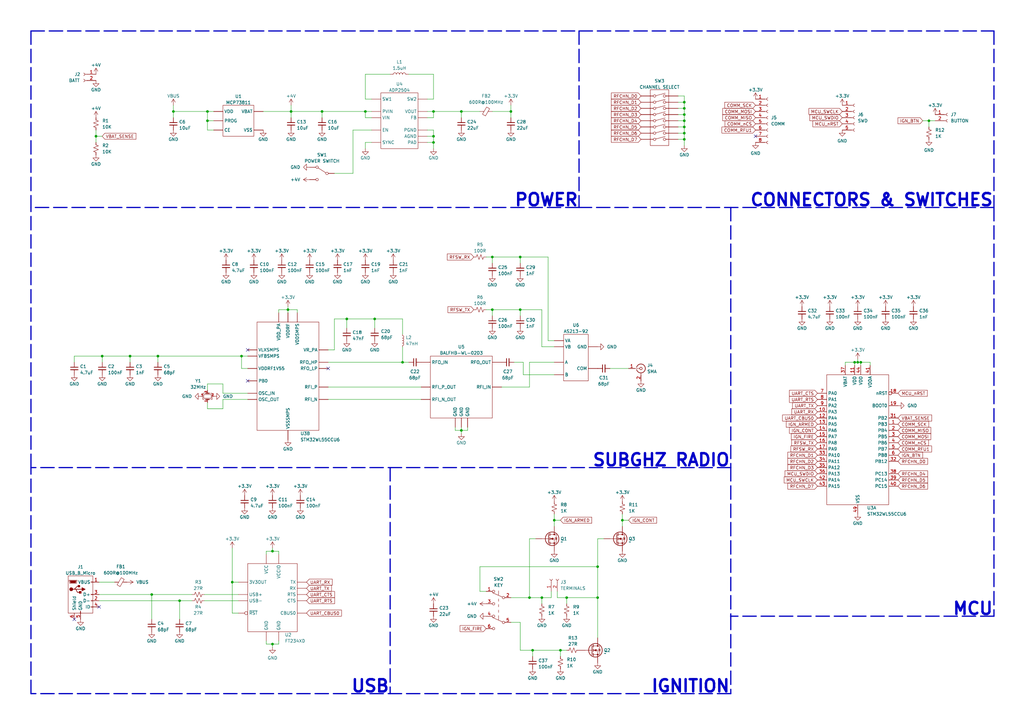
<source format=kicad_sch>
(kicad_sch (version 20211123) (generator eeschema)
  (paper "A3")
  (junction (at 218.44 266.7))
  (junction (at 111.76 264.16))
  (junction (at 280.67 49.53))
  (junction (at 280.67 52.07))
  (junction (at 201.93 127))
  (junction (at 213.36 127))
  (junction (at 111.76 226.06))
  (junction (at 227.33 213.36))
  (junction (at 245.11 232.41))
  (junction (at 217.17 245.11))
  (junction (at 153.67 130.81))
  (junction (at 229.87 266.7))
  (junction (at 165.1 148.59))
  (junction (at 351.79 148.59))
  (junction (at 222.25 245.11))
  (junction (at 39.37 55.88))
  (junction (at 41.91 146.05))
  (junction (at 280.67 41.91))
  (junction (at 201.93 105.41))
  (junction (at 245.11 245.11))
  (junction (at 177.8 45.72))
  (junction (at 189.23 45.72))
  (junction (at 232.41 245.11))
  (junction (at 280.67 46.99))
  (junction (at 177.8 55.88))
  (junction (at 350.52 148.59))
  (junction (at 71.12 45.72))
  (junction (at 85.09 49.53))
  (junction (at 213.36 105.41))
  (junction (at 381 49.53))
  (junction (at 280.67 54.61))
  (junction (at 73.66 246.38))
  (junction (at 280.67 57.15))
  (junction (at 53.34 146.05))
  (junction (at 85.09 45.72))
  (junction (at 209.55 45.72))
  (junction (at 280.67 44.45))
  (junction (at 118.11 127))
  (junction (at 142.24 130.81))
  (junction (at 62.23 243.84))
  (junction (at 353.06 148.59))
  (junction (at 64.77 146.05))
  (junction (at 99.06 146.05))
  (junction (at 177.8 58.42))
  (junction (at 149.86 45.72))
  (junction (at 189.23 176.53))
  (junction (at 255.27 213.36))
  (junction (at 119.38 45.72))
  (junction (at 95.25 238.76))
  (junction (at 132.08 45.72))
  (no_connect (at 101.6 143.51))
  (no_connect (at 101.6 156.21))
  (no_connect (at 309.88 55.88))
  (no_connect (at 134.62 151.13))
  (no_connect (at 40.64 248.92))
  (no_connect (at 30.48 254))
  (wire (pts (xy 119.38 45.72) (xy 132.08 45.72)))
  (wire (pts (xy 201.93 105.41) (xy 201.93 107.95)))
  (wire (pts (xy 152.4 48.26) (xy 149.86 48.26)))
  (wire (pts (xy 218.44 266.7) (xy 229.87 266.7)))
  (wire (pts (xy 224.79 139.7) (xy 224.79 105.41)))
  (wire (pts (xy 85.09 53.34) (xy 85.09 49.53)))
  (wire (pts (xy 144.78 53.34) (xy 144.78 71.12)))
  (wire (pts (xy 95.25 238.76) (xy 97.79 238.76)))
  (wire (pts (xy 196.85 242.57) (xy 199.39 242.57)))
  (wire (pts (xy 189.23 45.72) (xy 196.85 45.72)))
  (wire (pts (xy 222.25 245.11) (xy 226.06 245.11)))
  (wire (pts (xy 114.3 128.27) (xy 114.3 127)))
  (wire (pts (xy 152.4 58.42) (xy 149.86 58.42)))
  (wire (pts (xy 214.63 153.67) (xy 227.33 153.67)))
  (wire (pts (xy 64.77 146.05) (xy 64.77 148.59)))
  (wire (pts (xy 153.67 130.81) (xy 165.1 130.81)))
  (wire (pts (xy 250.19 151.13) (xy 257.81 151.13)))
  (wire (pts (xy 201.93 127) (xy 213.36 127)))
  (wire (pts (xy 217.17 148.59) (xy 227.33 148.59)))
  (wire (pts (xy 346.71 148.59) (xy 346.71 149.86)))
  (wire (pts (xy 132.08 45.72) (xy 132.08 48.26)))
  (wire (pts (xy 101.6 161.29) (xy 91.44 161.29)))
  (wire (pts (xy 280.67 57.15) (xy 280.67 59.69)))
  (wire (pts (xy 280.67 46.99) (xy 280.67 49.53)))
  (wire (pts (xy 186.69 175.26) (xy 186.69 176.53)))
  (wire (pts (xy 255.27 213.36) (xy 255.27 215.9)))
  (wire (pts (xy 353.06 148.59) (xy 351.79 148.59)))
  (wire (pts (xy 142.24 130.81) (xy 142.24 134.62)))
  (wire (pts (xy 222.25 245.11) (xy 222.25 247.65)))
  (wire (pts (xy 109.22 262.89) (xy 109.22 264.16)))
  (wire (pts (xy 91.44 167.64) (xy 91.44 163.83)))
  (polyline (pts (xy 237.49 12.7) (xy 237.49 85.09)) (stroke (width 0.5)))
  (wire (pts (xy 213.36 129.54) (xy 213.36 127)))
  (wire (pts (xy 73.66 246.38) (xy 73.66 254)))
  (wire (pts (xy 201.93 127) (xy 201.93 129.54)))
  (wire (pts (xy 95.25 238.76) (xy 95.25 251.46)))
  (wire (pts (xy 278.13 52.07) (xy 280.67 52.07)))
  (wire (pts (xy 381 49.53) (xy 381 52.07)))
  (wire (pts (xy 40.64 243.84) (xy 62.23 243.84)))
  (wire (pts (xy 111.76 224.79) (xy 111.76 226.06)))
  (wire (pts (xy 109.22 226.06) (xy 111.76 226.06)))
  (wire (pts (xy 167.64 30.48) (xy 177.8 30.48)))
  (polyline (pts (xy 407.67 252.73) (xy 299.72 252.73)) (stroke (width 0.5)))
  (wire (pts (xy 107.95 45.72) (xy 119.38 45.72)))
  (wire (pts (xy 278.13 57.15) (xy 280.67 57.15)))
  (wire (pts (xy 201.93 105.41) (xy 213.36 105.41)))
  (polyline (pts (xy 160.02 191.77) (xy 160.02 284.48)) (stroke (width 0.5)))
  (wire (pts (xy 118.11 125.73) (xy 118.11 127)))
  (wire (pts (xy 177.8 53.34) (xy 177.8 55.88)))
  (wire (pts (xy 153.67 130.81) (xy 153.67 134.62)))
  (wire (pts (xy 278.13 44.45) (xy 280.67 44.45)))
  (wire (pts (xy 30.48 146.05) (xy 30.48 148.59)))
  (wire (pts (xy 217.17 148.59) (xy 217.17 158.75)))
  (polyline (pts (xy 299.72 191.77) (xy 12.7 191.77)) (stroke (width 0.5)))
  (wire (pts (xy 97.79 251.46) (xy 95.25 251.46)))
  (wire (pts (xy 85.09 49.53) (xy 87.63 49.53)))
  (wire (pts (xy 149.86 58.42) (xy 149.86 60.96)))
  (wire (pts (xy 199.39 105.41) (xy 201.93 105.41)))
  (wire (pts (xy 137.16 143.51) (xy 137.16 130.81)))
  (wire (pts (xy 111.76 264.16) (xy 114.3 264.16)))
  (wire (pts (xy 111.76 264.16) (xy 111.76 265.43)))
  (wire (pts (xy 217.17 245.11) (xy 222.25 245.11)))
  (wire (pts (xy 205.74 158.75) (xy 217.17 158.75)))
  (wire (pts (xy 175.26 55.88) (xy 177.8 55.88)))
  (wire (pts (xy 62.23 243.84) (xy 78.74 243.84)))
  (wire (pts (xy 91.44 163.83) (xy 101.6 163.83)))
  (wire (pts (xy 177.8 45.72) (xy 189.23 45.72)))
  (polyline (pts (xy 12.7 12.7) (xy 12.7 85.09)) (stroke (width 0.5)))
  (wire (pts (xy 39.37 53.34) (xy 39.37 55.88)))
  (wire (pts (xy 227.33 139.7) (xy 224.79 139.7)))
  (wire (pts (xy 71.12 45.72) (xy 71.12 48.26)))
  (wire (pts (xy 142.24 130.81) (xy 153.67 130.81)))
  (polyline (pts (xy 407.67 85.09) (xy 407.67 252.73)) (stroke (width 0.5)))
  (polyline (pts (xy 299.72 191.77) (xy 299.72 252.73)) (stroke (width 0.5)))
  (wire (pts (xy 278.13 46.99) (xy 280.67 46.99)))
  (wire (pts (xy 83.82 243.84) (xy 97.79 243.84)))
  (wire (pts (xy 149.86 45.72) (xy 149.86 48.26)))
  (wire (pts (xy 227.33 142.24) (xy 222.25 142.24)))
  (wire (pts (xy 245.11 220.98) (xy 245.11 232.41)))
  (wire (pts (xy 40.64 238.76) (xy 46.99 238.76)))
  (wire (pts (xy 85.09 45.72) (xy 87.63 45.72)))
  (wire (pts (xy 227.33 213.36) (xy 229.87 213.36)))
  (wire (pts (xy 196.85 232.41) (xy 196.85 242.57)))
  (wire (pts (xy 189.23 176.53) (xy 191.77 176.53)))
  (wire (pts (xy 219.71 220.98) (xy 217.17 220.98)))
  (wire (pts (xy 118.11 127) (xy 118.11 128.27)))
  (wire (pts (xy 177.8 48.26) (xy 177.8 45.72)))
  (polyline (pts (xy 12.7 191.77) (xy 12.7 85.09)) (stroke (width 0.5)))
  (wire (pts (xy 280.67 41.91) (xy 280.67 44.45)))
  (wire (pts (xy 53.34 146.05) (xy 64.77 146.05)))
  (wire (pts (xy 39.37 55.88) (xy 39.37 58.42)))
  (wire (pts (xy 109.22 226.06) (xy 109.22 227.33)))
  (wire (pts (xy 209.55 43.18) (xy 209.55 45.72)))
  (polyline (pts (xy 299.72 284.48) (xy 12.7 284.48)) (stroke (width 0.5)))
  (wire (pts (xy 228.6 242.57) (xy 228.6 245.11)))
  (polyline (pts (xy 299.72 252.73) (xy 299.72 284.48)) (stroke (width 0.5)))
  (wire (pts (xy 245.11 232.41) (xy 245.11 245.11)))
  (wire (pts (xy 255.27 210.82) (xy 255.27 213.36)))
  (wire (pts (xy 189.23 175.26) (xy 189.23 176.53)))
  (wire (pts (xy 177.8 40.64) (xy 177.8 30.48)))
  (wire (pts (xy 149.86 30.48) (xy 149.86 40.64)))
  (wire (pts (xy 91.44 157.48) (xy 85.09 157.48)))
  (wire (pts (xy 213.36 255.27) (xy 213.36 266.7)))
  (wire (pts (xy 199.39 127) (xy 201.93 127)))
  (wire (pts (xy 213.36 255.27) (xy 209.55 255.27)))
  (wire (pts (xy 175.26 58.42) (xy 177.8 58.42)))
  (wire (pts (xy 222.25 142.24) (xy 222.25 127)))
  (wire (pts (xy 186.69 176.53) (xy 189.23 176.53)))
  (wire (pts (xy 39.37 55.88) (xy 41.91 55.88)))
  (wire (pts (xy 255.27 213.36) (xy 257.81 213.36)))
  (wire (pts (xy 62.23 243.84) (xy 62.23 254)))
  (wire (pts (xy 152.4 53.34) (xy 144.78 53.34)))
  (wire (pts (xy 134.62 163.83) (xy 172.72 163.83)))
  (wire (pts (xy 71.12 43.18) (xy 71.12 45.72)))
  (wire (pts (xy 134.62 148.59) (xy 165.1 148.59)))
  (wire (pts (xy 229.87 266.7) (xy 232.41 266.7)))
  (wire (pts (xy 175.26 40.64) (xy 177.8 40.64)))
  (wire (pts (xy 280.67 44.45) (xy 280.67 46.99)))
  (wire (pts (xy 121.92 127) (xy 121.92 128.27)))
  (wire (pts (xy 278.13 54.61) (xy 280.67 54.61)))
  (wire (pts (xy 64.77 146.05) (xy 99.06 146.05)))
  (wire (pts (xy 134.62 158.75) (xy 172.72 158.75)))
  (polyline (pts (xy 237.49 85.09) (xy 12.7 85.09)) (stroke (width 0.5)))
  (wire (pts (xy 229.87 266.7) (xy 229.87 269.24)))
  (wire (pts (xy 191.77 175.26) (xy 191.77 176.53)))
  (wire (pts (xy 227.33 213.36) (xy 227.33 215.9)))
  (wire (pts (xy 134.62 143.51) (xy 137.16 143.51)))
  (wire (pts (xy 278.13 41.91) (xy 280.67 41.91)))
  (polyline (pts (xy 407.67 12.7) (xy 407.67 85.09)) (stroke (width 0.5)))
  (wire (pts (xy 85.09 167.64) (xy 91.44 167.64)))
  (wire (pts (xy 111.76 226.06) (xy 114.3 226.06)))
  (wire (pts (xy 41.91 146.05) (xy 41.91 148.59)))
  (wire (pts (xy 356.87 148.59) (xy 353.06 148.59)))
  (wire (pts (xy 350.52 148.59) (xy 346.71 148.59)))
  (polyline (pts (xy 12.7 284.48) (xy 12.7 191.77)) (stroke (width 0.5)))
  (wire (pts (xy 85.09 49.53) (xy 85.09 45.72)))
  (wire (pts (xy 175.26 45.72) (xy 177.8 45.72)))
  (wire (pts (xy 149.86 45.72) (xy 152.4 45.72)))
  (wire (pts (xy 232.41 245.11) (xy 245.11 245.11)))
  (wire (pts (xy 351.79 147.32) (xy 351.79 148.59)))
  (wire (pts (xy 53.34 148.59) (xy 53.34 146.05)))
  (wire (pts (xy 175.26 48.26) (xy 177.8 48.26)))
  (wire (pts (xy 132.08 45.72) (xy 149.86 45.72)))
  (polyline (pts (xy 237.49 12.7) (xy 407.67 12.7)) (stroke (width 0.5)))
  (wire (pts (xy 280.67 49.53) (xy 280.67 52.07)))
  (wire (pts (xy 175.26 53.34) (xy 177.8 53.34)))
  (wire (pts (xy 189.23 45.72) (xy 189.23 48.26)))
  (wire (pts (xy 222.25 127) (xy 213.36 127)))
  (wire (pts (xy 177.8 55.88) (xy 177.8 58.42)))
  (wire (pts (xy 209.55 45.72) (xy 209.55 48.26)))
  (wire (pts (xy 247.65 220.98) (xy 245.11 220.98)))
  (wire (pts (xy 114.3 127) (xy 118.11 127)))
  (wire (pts (xy 201.93 45.72) (xy 209.55 45.72)))
  (wire (pts (xy 83.82 246.38) (xy 97.79 246.38)))
  (wire (pts (xy 95.25 224.79) (xy 95.25 238.76)))
  (wire (pts (xy 109.22 264.16) (xy 111.76 264.16)))
  (wire (pts (xy 278.13 49.53) (xy 280.67 49.53)))
  (wire (pts (xy 381 49.53) (xy 383.54 49.53)))
  (wire (pts (xy 85.09 157.48) (xy 85.09 160.02)))
  (wire (pts (xy 227.33 210.82) (xy 227.33 213.36)))
  (wire (pts (xy 245.11 245.11) (xy 245.11 261.62)))
  (wire (pts (xy 73.66 246.38) (xy 78.74 246.38)))
  (wire (pts (xy 228.6 245.11) (xy 232.41 245.11)))
  (wire (pts (xy 280.67 54.61) (xy 280.67 57.15)))
  (wire (pts (xy 210.82 148.59) (xy 214.63 148.59)))
  (wire (pts (xy 149.86 40.64) (xy 152.4 40.64)))
  (wire (pts (xy 189.23 176.53) (xy 189.23 177.8)))
  (wire (pts (xy 232.41 245.11) (xy 232.41 247.65)))
  (wire (pts (xy 280.67 39.37) (xy 280.67 41.91)))
  (wire (pts (xy 245.11 232.41) (xy 196.85 232.41)))
  (wire (pts (xy 177.8 58.42) (xy 177.8 60.96)))
  (polyline (pts (xy 299.72 85.09) (xy 299.72 191.77)) (stroke (width 0.5)))
  (wire (pts (xy 41.91 146.05) (xy 53.34 146.05)))
  (wire (pts (xy 226.06 242.57) (xy 226.06 245.11)))
  (wire (pts (xy 99.06 151.13) (xy 101.6 151.13)))
  (wire (pts (xy 137.16 130.81) (xy 142.24 130.81)))
  (wire (pts (xy 149.86 30.48) (xy 160.02 30.48)))
  (wire (pts (xy 378.46 49.53) (xy 381 49.53)))
  (wire (pts (xy 351.79 148.59) (xy 350.52 148.59)))
  (wire (pts (xy 280.67 52.07) (xy 280.67 54.61)))
  (wire (pts (xy 213.36 107.95) (xy 213.36 105.41)))
  (wire (pts (xy 71.12 45.72) (xy 85.09 45.72)))
  (wire (pts (xy 119.38 43.18) (xy 119.38 45.72)))
  (wire (pts (xy 214.63 148.59) (xy 214.63 153.67)))
  (polyline (pts (xy 12.7 12.7) (xy 237.49 12.7)) (stroke (width 0.5)))
  (wire (pts (xy 356.87 148.59) (xy 356.87 149.86)))
  (wire (pts (xy 91.44 161.29) (xy 91.44 157.48)))
  (wire (pts (xy 40.64 246.38) (xy 73.66 246.38)))
  (wire (pts (xy 99.06 146.05) (xy 101.6 146.05)))
  (wire (pts (xy 165.1 148.59) (xy 167.64 148.59)))
  (wire (pts (xy 165.1 130.81) (xy 165.1 137.16)))
  (wire (pts (xy 144.78 71.12) (xy 137.16 71.12)))
  (wire (pts (xy 41.91 146.05) (xy 30.48 146.05)))
  (wire (pts (xy 217.17 220.98) (xy 217.17 245.11)))
  (wire (pts (xy 224.79 105.41) (xy 213.36 105.41)))
  (wire (pts (xy 218.44 269.24) (xy 218.44 266.7)))
  (wire (pts (xy 99.06 146.05) (xy 99.06 151.13)))
  (wire (pts (xy 209.55 245.11) (xy 217.17 245.11)))
  (polyline (pts (xy 407.67 85.09) (xy 237.49 85.09)) (stroke (width 0.5)))
  (wire (pts (xy 350.52 148.59) (xy 350.52 149.86)))
  (wire (pts (xy 213.36 266.7) (xy 218.44 266.7)))
  (wire (pts (xy 87.63 53.34) (xy 85.09 53.34)))
  (wire (pts (xy 278.13 39.37) (xy 280.67 39.37)))
  (wire (pts (xy 353.06 148.59) (xy 353.06 149.86)))
  (wire (pts (xy 114.3 264.16) (xy 114.3 262.89)))
  (wire (pts (xy 119.38 45.72) (xy 119.38 48.26)))
  (wire (pts (xy 114.3 227.33) (xy 114.3 226.06)))
  (wire (pts (xy 118.11 127) (xy 121.92 127)))
  (wire (pts (xy 165.1 142.24) (xy 165.1 148.59)))
  (wire (pts (xy 85.09 165.1) (xy 85.09 167.64)))
  (text "IGNITION" (at 299.72 284.48 180) (effects (font (size 5 5) (thickness 1) bold) (justify right bottom)))
  (text "CONNECTORS & SWITCHES" (at 407.67 85.09 180) (effects (font (size 5 5) (thickness 1) bold) (justify right bottom)))
  (text "SUBGHZ RADIO" (at 299.72 191.77 180) (effects (font (size 5 5) (thickness 1) bold) (justify right bottom)))
  (text "POWER" (at 237.49 85.09 180) (effects (font (size 5 5) (thickness 1) bold) (justify right bottom)))
  (text "USB" (at 160.02 284.48 180) (effects (font (size 5 5) (thickness 1) bold) (justify right bottom)))
  (text "MCU" (at 407.67 252.73 180) (effects (font (size 5 5) (thickness 1) bold) (justify right bottom)))
  (global_label "RFCHN_D6" (shape input) (at 368.3 199.39 0) (property "Intersheet References" "${INTERSHEET_REFS}" (effects hide)))
  (global_label "MCU_nRST" (shape input) (at 368.3 161.29 0) (property "Intersheet References" "${INTERSHEET_REFS}" (effects hide)))
  (global_label "RFSW_RX" (shape input) (at 194.31 105.41 180) (property "Intersheet References" "${INTERSHEET_REFS}" (effects hide)))
  (global_label "IGN_BTN" (shape input) (at 378.46 49.53 180) (property "Intersheet References" "${INTERSHEET_REFS}" (effects hide)))
  (global_label "RFCHN_D3" (shape input) (at 335.28 191.77 180) (property "Intersheet References" "${INTERSHEET_REFS}" (effects hide)))
  (global_label "UART_RTS" (shape input) (at 335.28 163.83 180) (property "Intersheet References" "${INTERSHEET_REFS}" (effects hide)))
  (global_label "MCU_SWDIO" (shape input) (at 335.28 194.31 180) (property "Intersheet References" "${INTERSHEET_REFS}" (effects hide)))
  (global_label "UART_CBUS0" (shape input) (at 125.73 251.46 0) (property "Intersheet References" "${INTERSHEET_REFS}" (effects hide)))
  (global_label "COMM_MOSI" (shape input) (at 368.3 179.07 0) (property "Intersheet References" "${INTERSHEET_REFS}" (effects hide)))
  (global_label "VBAT_SENSE" (shape input) (at 368.3 171.45 0) (property "Intersheet References" "${INTERSHEET_REFS}" (effects hide)))
  (global_label "COMM_SCK" (shape input) (at 368.3 173.99 0) (property "Intersheet References" "${INTERSHEET_REFS}" (effects hide)))
  (global_label "MCU_SWDIO" (shape input) (at 345.44 48.26 180) (property "Intersheet References" "${INTERSHEET_REFS}" (effects hide)))
  (global_label "UART_CBUS0" (shape input) (at 335.28 171.45 180) (property "Intersheet References" "${INTERSHEET_REFS}" (effects hide)))
  (global_label "MCU_SWCLK" (shape input) (at 335.28 196.85 180) (property "Intersheet References" "${INTERSHEET_REFS}" (effects hide)))
  (global_label "COMM_RFU1" (shape input) (at 368.3 184.15 0) (property "Intersheet References" "${INTERSHEET_REFS}" (effects hide)))
  (global_label "MCU_SWCLK" (shape input) (at 345.44 45.72 180) (property "Intersheet References" "${INTERSHEET_REFS}" (effects hide)))
  (global_label "COMM_nCS" (shape input) (at 309.88 50.8 180) (property "Intersheet References" "${INTERSHEET_REFS}" (effects hide)))
  (global_label "IGN_ARMED" (shape input) (at 335.28 173.99 180) (property "Intersheet References" "${INTERSHEET_REFS}" (effects hide)))
  (global_label "RFCHN_D7" (shape input) (at 262.89 57.15 180) (property "Intersheet References" "${INTERSHEET_REFS}" (effects hide)))
  (global_label "IGN_CONT" (shape input) (at 257.81 213.36 0) (property "Intersheet References" "${INTERSHEET_REFS}" (effects hide)))
  (global_label "IGN_FIRE" (shape input) (at 199.39 257.81 180) (property "Intersheet References" "${INTERSHEET_REFS}" (effects hide)))
  (global_label "RFCHN_D2" (shape input) (at 262.89 44.45 180) (property "Intersheet References" "${INTERSHEET_REFS}" (effects hide)))
  (global_label "RFCHN_D5" (shape input) (at 262.89 52.07 180) (property "Intersheet References" "${INTERSHEET_REFS}" (effects hide)))
  (global_label "RFCHN_D3" (shape input) (at 262.89 46.99 180) (property "Intersheet References" "${INTERSHEET_REFS}" (effects hide)))
  (global_label "IGN_CONT" (shape input) (at 335.28 176.53 180) (property "Intersheet References" "${INTERSHEET_REFS}" (effects hide)))
  (global_label "IGN_FIRE" (shape input) (at 335.28 179.07 180) (property "Intersheet References" "${INTERSHEET_REFS}" (effects hide)))
  (global_label "UART_TX" (shape input) (at 125.73 241.3 0) (property "Intersheet References" "${INTERSHEET_REFS}" (effects hide)))
  (global_label "IGN_ARMED" (shape input) (at 229.87 213.36 0) (property "Intersheet References" "${INTERSHEET_REFS}" (effects hide)))
  (global_label "COMM_MISO" (shape input) (at 368.3 176.53 0) (property "Intersheet References" "${INTERSHEET_REFS}" (effects hide)))
  (global_label "RFCHN_D1" (shape input) (at 262.89 41.91 180) (property "Intersheet References" "${INTERSHEET_REFS}" (effects hide)))
  (global_label "VBAT_SENSE" (shape input) (at 41.91 55.88 0) (property "Intersheet References" "${INTERSHEET_REFS}" (effects hide)))
  (global_label "COMM_nCS" (shape input) (at 368.3 181.61 0) (property "Intersheet References" "${INTERSHEET_REFS}" (effects hide)))
  (global_label "RFCHN_D4" (shape input) (at 368.3 194.31 0) (property "Intersheet References" "${INTERSHEET_REFS}" (effects hide)))
  (global_label "RFCHN_D1" (shape input) (at 335.28 186.69 180) (property "Intersheet References" "${INTERSHEET_REFS}" (effects hide)))
  (global_label "UART_RX" (shape input) (at 335.28 168.91 180) (property "Intersheet References" "${INTERSHEET_REFS}" (effects hide)))
  (global_label "UART_CTS" (shape input) (at 335.28 161.29 180) (property "Intersheet References" "${INTERSHEET_REFS}" (effects hide)))
  (global_label "UART_TX" (shape input) (at 335.28 166.37 180) (property "Intersheet References" "${INTERSHEET_REFS}" (effects hide)))
  (global_label "RFCHN_D0" (shape input) (at 262.89 39.37 180) (property "Intersheet References" "${INTERSHEET_REFS}" (effects hide)))
  (global_label "RFSW_RX" (shape input) (at 335.28 184.15 180) (property "Intersheet References" "${INTERSHEET_REFS}" (effects hide)))
  (global_label "RFCHN_D6" (shape input) (at 262.89 54.61 180) (property "Intersheet References" "${INTERSHEET_REFS}" (effects hide)))
  (global_label "MCU_nRST" (shape input) (at 345.44 50.8 180) (property "Intersheet References" "${INTERSHEET_REFS}" (effects hide)))
  (global_label "COMM_RFU1" (shape input) (at 309.88 53.34 180) (property "Intersheet References" "${INTERSHEET_REFS}" (effects hide)))
  (global_label "RFSW_TX" (shape input) (at 335.28 181.61 180) (property "Intersheet References" "${INTERSHEET_REFS}" (effects hide)))
  (global_label "UART_CTS" (shape input) (at 125.73 243.84 0) (property "Intersheet References" "${INTERSHEET_REFS}" (effects hide)))
  (global_label "COMM_SCK" (shape input) (at 309.88 43.18 180) (property "Intersheet References" "${INTERSHEET_REFS}" (effects hide)))
  (global_label "COMM_MISO" (shape input) (at 309.88 48.26 180) (property "Intersheet References" "${INTERSHEET_REFS}" (effects hide)))
  (global_label "RFCHN_D4" (shape input) (at 262.89 49.53 180) (property "Intersheet References" "${INTERSHEET_REFS}" (effects hide)))
  (global_label "UART_RX" (shape input) (at 125.73 238.76 0) (property "Intersheet References" "${INTERSHEET_REFS}" (effects hide)))
  (global_label "UART_RTS" (shape input) (at 125.73 246.38 0) (property "Intersheet References" "${INTERSHEET_REFS}" (effects hide)))
  (global_label "RFCHN_D7" (shape input) (at 335.28 199.39 180) (property "Intersheet References" "${INTERSHEET_REFS}" (effects hide)))
  (global_label "RFCHN_D2" (shape input) (at 335.28 189.23 180) (property "Intersheet References" "${INTERSHEET_REFS}" (effects hide)))
  (global_label "RFCHN_D5" (shape input) (at 368.3 196.85 0) (property "Intersheet References" "${INTERSHEET_REFS}" (effects hide)))
  (global_label "IGN_BTN" (shape input) (at 368.3 186.69 0) (property "Intersheet References" "${INTERSHEET_REFS}" (effects hide)))
  (global_label "COMM_MOSI" (shape input) (at 309.88 45.72 180) (property "Intersheet References" "${INTERSHEET_REFS}" (effects hide)))
  (global_label "RFCHN_D0" (shape input) (at 368.3 189.23 0) (property "Intersheet References" "${INTERSHEET_REFS}" (effects hide)))
  (global_label "RFSW_TX" (shape input) (at 194.31 127 180) (property "Intersheet References" "${INTERSHEET_REFS}" (effects hide)))
  (symbol (lib_id "Device:R_Small_US") (at 222.25 250.19 0) (unit 1)
    (property "Reference" "R7" (at 224.79 248.92 0) (effects (justify left)))
    (property "Value" "1K" (at 224.79 251.46 0) (effects (justify left)))
    (property "Footprint" "Resistor_SMD:R_0402_1005Metric" (effects hide))
    (property "Manufacturer" "Generic" (effects hide))
    (property "Part#" "Generic 1K 0402 Resistor" (effects hide))
  )
  (symbol (lib_id "power:GND") (at 213.36 134.62 0) (unit 1)
    (property "Reference" "#PWR0103" (effects hide))
    (property "Value" "GND" (at 213.36 138.43 0))
  )
  (symbol (lib_id "Connector:Conn_01x02_Female") (at 226.06 237.49 90) (unit 1)
    (property "Reference" "J3" (at 229.87 238.76 90) (effects (justify right)))
    (property "Value" "TERMINALS" (at 229.87 241.3 90) (effects (justify right)))
    (property "Footprint" "Connector_PinSocket_2.54mm:PinSocket_1x02_P2.54mm_Vertical" (effects hide))
  )
  (symbol (lib_id "Device:C_Small") (at 73.66 256.54 0) (unit 1)
    (property "Reference" "C7" (at 75.9841 255.7116 0) (effects (justify left)))
    (property "Value" "68pF" (at 75.9841 258.2485 0) (effects (justify left)))
    (property "Footprint" "Capacitor_SMD:C_0201_0603Metric" (effects hide))
    (property "Manufacturer" "Murata" (effects hide))
    (property "Part#" "GRM0335C1H680JA01D" (effects hide))
  )
  (symbol (lib_id "power:+3.3V") (at 123.19 203.2 0) (unit 1)
    (property "Reference" "#PWR0190" (effects hide))
    (property "Value" "+3.3V" (at 123.19 199.39 0))
  )
  (symbol (lib_id "Device:R_Small_US") (at 229.87 271.78 0) (unit 1)
    (property "Reference" "R10" (at 232.41 270.51 0) (effects (justify left)))
    (property "Value" "1K" (at 232.41 273.05 0) (effects (justify left)))
    (property "Footprint" "Resistor_SMD:R_0402_1005Metric" (effects hide))
    (property "Manufacturer" "Generic" (effects hide))
    (property "Part#" "Generic 1K 0402 Resistor" (effects hide))
  )
  (symbol (lib_id "Device:C_Small") (at 64.77 151.13 0) (unit 1)
    (property "Reference" "C5" (at 67.0941 150.3016 0) (effects (justify left)))
    (property "Value" "68pF" (at 67.0941 152.8385 0) (effects (justify left)))
    (property "Footprint" "Capacitor_SMD:C_0201_0603Metric" (effects hide))
    (property "Manufacturer" "Murata" (effects hide))
    (property "Part#" "GRM0335C1H680JA01D" (effects hide))
  )
  (symbol (lib_id "Device:C_Small") (at 71.12 50.8 0) (unit 1)
    (property "Reference" "C6" (at 73.4441 49.9716 0) (effects (justify left)))
    (property "Value" "10uF" (at 73.4441 52.5085 0) (effects (justify left)))
    (property "Footprint" "Capacitor_SMD:C_0805_2012Metric" (effects hide))
    (property "Manufacturer" "Generic" (effects hide))
    (property "Part#" "Generic 10uF 6.3V 0805 X7R MLCC" (effects hide))
  )
  (symbol (lib_name "Q_NMOS_GSD_1") (lib_id "Device:Q_NMOS_GSD") (at 224.79 220.98 0) (unit 1)
    (property "Reference" "Q1" (at 229.87 220.98 0) (effects (justify left)))
    (property "Value" "~" (at 229.87 222.25 0) (effects (justify left)))
    (property "Footprint" "Package_TO_SOT_SMD:SOT-523" (effects hide))
    (property "Manufacturer" "Diodes" (effects hide))
    (property "Part#" "DMG1012T" (effects hide))
  )
  (symbol (lib_id "Device:C_Small") (at 153.67 137.16 0) (unit 1)
    (property "Reference" "C20" (at 156.21 135.89 0) (effects (justify left)))
    (property "Value" "68pF" (at 156.21 138.43 0) (effects (justify left)))
    (property "Footprint" "Capacitor_SMD:C_0201_0603Metric" (effects hide))
    (property "Manufacturer" "Murata" (effects hide))
    (property "Part#" "GRM0335C1H680JA01D" (effects hide))
  )
  (symbol (lib_id "power:GND") (at 189.23 177.8 0) (unit 1)
    (property "Reference" "#PWR0101" (effects hide))
    (property "Value" "GND" (at 189.23 181.61 0))
  )
  (symbol (lib_id "power:GND") (at 199.39 252.73 270) (unit 1)
    (property "Reference" "#PWR0106" (effects hide))
    (property "Value" "GND" (at 195.58 252.73 90) (effects (justify right)))
  )
  (symbol (lib_id "power:GND") (at 351.79 130.81 0) (unit 1)
    (property "Reference" "#PWR0124" (effects hide))
    (property "Value" "GND" (at 351.79 134.62 0))
  )
  (symbol (lib_id "Device:C_Small") (at 201.93 132.08 0) (unit 1)
    (property "Reference" "C26" (at 204.2541 131.2516 0) (effects (justify left)))
    (property "Value" "100nF" (at 204.2541 133.7885 0) (effects (justify left)))
    (property "Footprint" "Capacitor_SMD:C_0402_1005Metric" (effects hide))
    (property "Manufacturer" "Generic" (effects hide))
    (property "Part#" "Generic 100nF 6.3V 0402 X7R MLCC" (effects hide))
  )
  (symbol (lib_id "power:+3.3V") (at 149.86 106.68 0) (unit 1)
    (property "Reference" "#PWR0136" (effects hide))
    (property "Value" "+3.3V" (at 149.86 102.87 0))
  )
  (symbol (lib_id "power:+3.3V") (at 100.33 203.2 0) (unit 1)
    (property "Reference" "#PWR0187" (effects hide))
    (property "Value" "+3.3V" (at 100.33 199.39 0))
  )
  (symbol (lib_id "Device:C_Small") (at 177.8 250.19 0) (unit 1)
    (property "Reference" "C23" (at 180.1241 249.3616 0) (effects (justify left)))
    (property "Value" "22uF" (at 180.1241 251.8985 0) (effects (justify left)))
    (property "Footprint" "Capacitor_SMD:C_0805_2012Metric" (effects hide))
    (property "Manufacturer" "Generic" (effects hide))
    (property "Part#" "Generic 22uF 6.3V 0805 X7R MLCC" (effects hide))
  )
  (symbol (lib_id "power:+3.3V") (at 363.22 125.73 0) (unit 1)
    (property "Reference" "#PWR0123" (effects hide))
    (property "Value" "+3.3V" (at 363.22 121.92 0))
  )
  (symbol (lib_id "power:GND") (at 30.48 153.67 0) (unit 1)
    (property "Reference" "#PWR0181" (effects hide))
    (property "Value" "GND" (at 30.48 157.48 0))
  )
  (symbol (lib_id "Device:C_Small") (at 209.55 50.8 0) (unit 1)
    (property "Reference" "C28" (at 211.8741 49.9716 0) (effects (justify left)))
    (property "Value" "22uF" (at 211.8741 52.5085 0) (effects (justify left)))
    (property "Footprint" "Capacitor_SMD:C_0805_2012Metric" (effects hide))
    (property "Manufacturer" "Generic" (effects hide))
    (property "Part#" "Generic 22uF 6.3V 0805 X7R MLCC" (effects hide))
  )
  (symbol (lib_id "power:GND") (at 222.25 252.73 0) (unit 1)
    (property "Reference" "#PWR0169" (effects hide))
    (property "Value" "GND" (at 222.25 256.54 0))
  )
  (symbol (lib_id "Device:R_Small_US") (at 196.85 105.41 90) (unit 1)
    (property "Reference" "R5" (at 196.85 100.33 90))
    (property "Value" "100R" (at 196.85 102.87 90))
    (property "Footprint" "Resistor_SMD:R_0402_1005Metric" (effects hide))
    (property "Manufacturer" "Generic" (effects hide))
    (property "Part#" "Generic 100R 0402 Resistor" (effects hide))
  )
  (symbol (lib_id "Device:C_Small") (at 119.38 50.8 0) (unit 1)
    (property "Reference" "C13" (at 121.7041 49.9716 0) (effects (justify left)))
    (property "Value" "10uF" (at 121.7041 52.5085 0) (effects (justify left)))
    (property "Footprint" "Capacitor_SMD:C_0805_2012Metric" (effects hide))
    (property "Manufacturer" "Generic" (effects hide))
    (property "Part#" "Generic 10uF 6.3V 0805 X7R MLCC" (effects hide))
  )
  (symbol (lib_id "Device:R_Small_US") (at 232.41 250.19 0) (unit 1)
    (property "Reference" "R9" (at 234.95 248.92 0) (effects (justify left)))
    (property "Value" "1K" (at 234.95 251.46 0) (effects (justify left)))
    (property "Footprint" "Resistor_SMD:R_0402_1005Metric" (effects hide))
    (property "Manufacturer" "Generic" (effects hide))
    (property "Part#" "Generic 1K 0402 Resistor" (effects hide))
  )
  (symbol (lib_id "power:VBUS") (at 71.12 43.18 0) (unit 1)
    (property "Reference" "#PWR0165" (effects hide))
    (property "Value" "VBUS" (at 71.12 39.37 0))
  )
  (symbol (lib_id "power:GND") (at 123.19 208.28 0) (unit 1)
    (property "Reference" "#PWR0191" (effects hide))
    (property "Value" "GND" (at 123.19 212.09 0))
  )
  (symbol (lib_id "power:+4V") (at 177.8 247.65 0) (unit 1)
    (property "Reference" "#PWR0108" (effects hide))
    (property "Value" "+4V" (at 177.8 243.84 0))
  )
  (symbol (lib_id "power:GND") (at 100.33 208.28 0) (unit 1)
    (property "Reference" "#PWR0184" (effects hide))
    (property "Value" "GND" (at 100.33 212.09 0))
  )
  (symbol (lib_id "power:GND") (at 111.76 265.43 0) (unit 1)
    (property "Reference" "#PWR0189" (effects hide))
    (property "Value" "GND" (at 111.76 269.8734 0))
  )
  (symbol (lib_id "Device:FerriteBead_Small") (at 199.39 45.72 90) (unit 1)
    (property "Reference" "FB2" (at 199.39 39.37 90))
    (property "Value" "600R@100MHz" (at 199.39 41.91 90))
    (property "Footprint" "Resistor_SMD:R_1206_3216Metric" (effects hide))
    (property "Manufacturer" "Bourns" (effects hide))
    (property "Part#" "MH3261-601Y" (effects hide))
  )
  (symbol (lib_id "power:GND") (at 87.63 162.56 90) (unit 1)
    (property "Reference" "#PWR0175" (effects hide))
    (property "Value" "GND" (at 91.44 162.56 90) (effects (justify right)))
  )
  (symbol (lib_id "Device:C_Small") (at 62.23 256.54 0) (unit 1)
    (property "Reference" "C4" (at 64.5541 255.7116 0) (effects (justify left)))
    (property "Value" "68pF" (at 64.5541 258.2485 0) (effects (justify left)))
    (property "Footprint" "Capacitor_SMD:C_0201_0603Metric" (effects hide))
    (property "Manufacturer" "Murata" (effects hide))
    (property "Part#" "GRM0335C1H680JA01D" (effects hide))
  )
  (symbol (lib_id "Device:C_Small") (at 161.29 109.22 0) (unit 1)
    (property "Reference" "C21" (at 163.6141 108.3916 0) (effects (justify left)))
    (property "Value" "1nF" (at 163.6141 110.9285 0) (effects (justify left)))
    (property "Footprint" "Capacitor_SMD:C_0201_0603Metric" (effects hide))
    (property "Manufacturer" "Generic" (effects hide))
    (property "Part#" "Generic 1nF 6.3V 0201 X7R MLCC" (effects hide))
  )
  (symbol (lib_id "Device:C_Small") (at 111.76 205.74 0) (unit 1)
    (property "Reference" "C11" (at 114.0841 204.9116 0) (effects (justify left)))
    (property "Value" "100nF" (at 114.0841 207.4485 0) (effects (justify left)))
    (property "Footprint" "Capacitor_SMD:C_0402_1005Metric" (effects hide))
    (property "Manufacturer" "Generic" (effects hide))
    (property "Part#" "Generic 100nF 6.3V 0402 X7R MLCC" (effects hide))
  )
  (symbol (lib_id "power:+3.3V") (at 345.44 43.18 0) (unit 1)
    (property "Reference" "#PWR0114" (effects hide))
    (property "Value" "+3.3V" (at 345.44 39.37 0))
  )
  (symbol (lib_id "power:GND") (at 189.23 53.34 0) (unit 1)
    (property "Reference" "#PWR0113" (effects hide))
    (property "Value" "GND" (at 189.23 57.15 0))
  )
  (symbol (lib_id "power:GND") (at 209.55 53.34 0) (unit 1)
    (property "Reference" "#PWR0120" (effects hide))
    (property "Value" "GND" (at 209.55 57.15 0))
  )
  (symbol (lib_id "power:GND") (at 351.79 210.82 0) (unit 1)
    (property "Reference" "#PWR0133" (effects hide))
    (property "Value" "GND" (at 351.79 214.63 0))
  )
  (symbol (lib_id "power:GND") (at 363.22 130.81 0) (unit 1)
    (property "Reference" "#PWR0121" (effects hide))
    (property "Value" "GND" (at 363.22 134.62 0))
  )
  (symbol (lib_id "power:GND") (at 39.37 63.5 0) (unit 1)
    (property "Reference" "#PWR0160" (effects hide))
    (property "Value" "GND" (at 39.37 67.31 0))
  )
  (symbol (lib_id "power:+3.3V") (at 127 106.68 0) (unit 1)
    (property "Reference" "#PWR0151" (effects hide))
    (property "Value" "+3.3V" (at 127 102.87 0))
  )
  (symbol (lib_id "power:GND") (at 138.43 111.76 0) (unit 1)
    (property "Reference" "#PWR0157" (effects hide))
    (property "Value" "GND" (at 138.43 115.57 0))
  )
  (symbol (lib_id "Device:C_Small") (at 213.36 110.49 0) (unit 1)
    (property "Reference" "C29" (at 215.6841 109.6616 0) (effects (justify left)))
    (property "Value" "1nF" (at 215.6841 112.1985 0) (effects (justify left)))
    (property "Footprint" "Capacitor_SMD:C_0201_0603Metric" (effects hide))
    (property "Manufacturer" "Generic" (effects hide))
    (property "Part#" "Generic 1nF 6.3V 0201 X7R MLCC" (effects hide))
  )
  (symbol (lib_id "Device:C_Small") (at 351.79 128.27 0) (unit 1)
    (property "Reference" "C34" (at 354.1141 127.4416 0) (effects (justify left)))
    (property "Value" "100nF" (at 354.1141 129.9785 0) (effects (justify left)))
    (property "Footprint" "Capacitor_SMD:C_0402_1005Metric" (effects hide))
    (property "Manufacturer" "Generic" (effects hide))
    (property "Part#" "Generic 100nF 6.3V 0402 X7R MLCC" (effects hide))
  )
  (symbol (lib_id "Device:C_Small") (at 92.71 109.22 0) (unit 1)
    (property "Reference" "C8" (at 95.0341 108.3916 0) (effects (justify left)))
    (property "Value" "4.7uF" (at 95.0341 110.9285 0) (effects (justify left)))
    (property "Footprint" "Capacitor_SMD:C_0603_1608Metric" (effects hide))
    (property "Manufacturer" "Generic" (effects hide))
    (property "Part#" "Generic 4.7uF 6.3V 0603 X7R MLCC" (effects hide))
  )
  (symbol (lib_id "power:GND") (at 41.91 153.67 0) (unit 1)
    (property "Reference" "#PWR0177" (effects hide))
    (property "Value" "GND" (at 41.91 157.48 0))
  )
  (symbol (lib_id "Device:R_Small_US") (at 39.37 50.8 0) (unit 1)
    (property "Reference" "R1" (at 41.91 49.53 0) (effects (justify left)))
    (property "Value" "10K" (at 41.91 52.07 0) (effects (justify left)))
    (property "Footprint" "Resistor_SMD:R_0402_1005Metric" (effects hide))
    (property "Manufacturer" "Generic" (effects hide))
    (property "Part#" "Generic 10K 0.1% 0402 Resistor" (effects hide))
  )
  (symbol (lib_id "power:+3.3V") (at 95.25 224.79 0) (unit 1)
    (property "Reference" "#PWR0183" (effects hide))
    (property "Value" "+3.3V" (at 95.25 220.98 0))
  )
  (symbol (lib_id "power:GND") (at 64.77 153.67 0) (unit 1)
    (property "Reference" "#PWR0179" (effects hide))
    (property "Value" "GND" (at 64.77 157.48 0))
  )
  (symbol (lib_id "Device:C_Small") (at 374.65 128.27 0) (unit 1)
    (property "Reference" "C36" (at 376.9741 127.4416 0) (effects (justify left)))
    (property "Value" "1nF" (at 376.9741 129.9785 0) (effects (justify left)))
    (property "Footprint" "Capacitor_SMD:C_0201_0603Metric" (effects hide))
    (property "Manufacturer" "Generic" (effects hide))
    (property "Part#" "Generic 1nF 6.3V 0201 X7R MLCC" (effects hide))
  )
  (symbol (lib_id "power:GND") (at 340.36 130.81 0) (unit 1)
    (property "Reference" "#PWR0125" (effects hide))
    (property "Value" "GND" (at 340.36 134.62 0))
  )
  (symbol (lib_id "Connector:Conn_01x02_Female") (at 34.29 30.48 0) (mirror y) (unit 1)
    (property "Reference" "J2" (at 31.75 30.48 0))
    (property "Value" "BATT" (at 30.48 33.02 0))
    (property "Footprint" "Connector_PinSocket_2.54mm:PinSocket_1x02_P2.54mm_Vertical" (effects hide))
  )
  (symbol (lib_id "Device:C_Small") (at 100.33 205.74 0) (unit 1)
    (property "Reference" "C9" (at 102.6541 204.9116 0) (effects (justify left)))
    (property "Value" "4.7uF" (at 102.6541 207.4485 0) (effects (justify left)))
    (property "Footprint" "Capacitor_SMD:C_0603_1608Metric" (effects hide))
    (property "Manufacturer" "Generic" (effects hide))
    (property "Part#" "Generic 4.7uF 6.3V 0603 X7R MLCC" (effects hide))
  )
  (symbol (lib_id "power:+3.3V") (at 340.36 125.73 0) (unit 1)
    (property "Reference" "#PWR0127" (effects hide))
    (property "Value" "+3.3V" (at 340.36 121.92 0))
  )
  (symbol (lib_id "power:GND") (at 39.37 33.02 0) (unit 1)
    (property "Reference" "#PWR0161" (effects hide))
    (property "Value" "GND" (at 39.37 36.83 0))
  )
  (symbol (lib_id "power:VBUS") (at 52.07 238.76 270) (unit 1)
    (property "Reference" "#PWR0182" (effects hide))
    (property "Value" "VBUS" (at 55.88 238.76 90) (effects (justify left)))
  )
  (symbol (lib_id "Device:C_Small") (at 218.44 271.78 0) (unit 1)
    (property "Reference" "C37" (at 220.7641 270.9516 0) (effects (justify left)))
    (property "Value" "100nF" (at 220.7641 273.4885 0) (effects (justify left)))
    (property "Footprint" "Capacitor_SMD:C_0402_1005Metric" (effects hide))
    (property "Manufacturer" "Generic" (effects hide))
    (property "Part#" "Generic 100nF 6.3V 0402 X7R MLCC" (effects hide))
  )
  (symbol (lib_id "power:GND") (at 245.11 271.78 0) (unit 1)
    (property "Reference" "#PWR0172" (effects hide))
    (property "Value" "GND" (at 245.11 275.59 0))
  )
  (symbol (lib_id "RFP-Symbols:ADP2504") (at 163.83 48.26 0) (unit 1)
    (property "Reference" "U4" (at 163.83 34.451 0))
    (property "Value" "ADP2504" (at 163.83 36.9879 0))
    (property "Footprint" "Package_CSP:LFCSP-WD-10-1EP_3x3mm_P0.5mm_EP1.64x2.38mm" (effects hide))
    (property "Manufacturer" "Analog" (effects hide))
    (property "Part#" "ADP2504ACPZ-3.3-R7" (effects hide))
  )
  (symbol (lib_id "power:+3.3V") (at 227.33 205.74 0) (unit 1)
    (property "Reference" "#PWR0109" (effects hide))
    (property "Value" "+3.3V" (at 227.33 201.93 0))
  )
  (symbol (lib_id "power:+4V") (at 127 73.66 90) (unit 1)
    (property "Reference" "#PWR0148" (effects hide))
    (property "Value" "+4V" (at 123.19 73.66 90) (effects (justify left)))
  )
  (symbol (lib_id "power:GND") (at 92.71 111.76 0) (unit 1)
    (property "Reference" "#PWR0154" (effects hide))
    (property "Value" "GND" (at 92.71 115.57 0))
  )
  (symbol (lib_id "Connector:Conn_01x05_Female") (at 350.52 48.26 0) (unit 1)
    (property "Reference" "J6" (at 351.79 46.99 0) (effects (justify left)))
    (property "Value" "SWD" (at 351.79 49.53 0) (effects (justify left)))
    (property "Footprint" "Connector_Hirose:Hirose_DF52-5S-0.8H_1x05-1MP_P0.80mm_Horizontal" (effects hide))
    (property "Manufacturer" "Hirose" (effects hide))
    (property "Part#" "DF52-5S-0.8H" (effects hide))
  )
  (symbol (lib_id "power:GND") (at 142.24 139.7 0) (unit 1)
    (property "Reference" "#PWR0141" (effects hide))
    (property "Value" "GND" (at 142.24 143.51 0))
  )
  (symbol (lib_id "power:GND") (at 107.95 53.34 0) (unit 1)
    (property "Reference" "#PWR0144" (effects hide))
    (property "Value" "GND" (at 107.95 57.15 0))
  )
  (symbol (lib_id "Device:C_Small") (at 170.18 148.59 90) (mirror x) (unit 1)
    (property "Reference" "C22" (at 170.18 152.4 90))
    (property "Value" "68pF" (at 170.18 154.94 90))
    (property "Footprint" "Capacitor_SMD:C_0201_0603Metric" (effects hide))
    (property "Manufacturer" "Murata" (effects hide))
    (property "Part#" "GRM0335C1H680JA01D" (effects hide))
  )
  (symbol (lib_id "power:GND") (at 118.11 180.34 0) (unit 1)
    (property "Reference" "#PWR0176" (effects hide))
    (property "Value" "GND" (at 118.11 184.15 0))
  )
  (symbol (lib_id "RFP-Symbols:MCP73811") (at 97.79 49.53 0) (unit 1)
    (property "Reference" "U1" (at 97.79 39.531 0))
    (property "Value" "MCP73811" (at 97.79 42.0679 0))
    (property "Footprint" "Package_TO_SOT_SMD:SOT-23-5" (effects hide))
    (property "Manufacturer" "Microchip" (effects hide))
    (property "Part#" "MCP73811T-420I/OT" (effects hide))
  )
  (symbol (lib_id "Device:FerriteBead_Small") (at 49.53 238.76 90) (unit 1)
    (property "Reference" "FB1" (at 49.53 232.41 90))
    (property "Value" "600R@100MHz" (at 49.53 234.95 90))
    (property "Footprint" "Resistor_SMD:R_1206_3216Metric" (effects hide))
    (property "Manufacturer" "Bourns" (effects hide))
    (property "Part#" "MH3261-601Y" (effects hide))
  )
  (symbol (lib_id "power:+3.3V") (at 161.29 106.68 0) (unit 1)
    (property "Reference" "#PWR0137" (effects hide))
    (property "Value" "+3.3V" (at 161.29 102.87 0))
  )
  (symbol (lib_id "Device:R_Small_US") (at 234.95 266.7 90) (unit 1)
    (property "Reference" "R13" (at 234.95 261.62 90))
    (property "Value" "27R" (at 234.95 264.16 90))
    (property "Footprint" "Resistor_SMD:R_0201_0603Metric" (effects hide))
    (property "Manufacturer" "Generic" (effects hide))
    (property "Part#" "Generic 27R 0201 Resistor" (effects hide))
  )
  (symbol (lib_id "power:+3.3V") (at 351.79 125.73 0) (unit 1)
    (property "Reference" "#PWR0122" (effects hide))
    (property "Value" "+3.3V" (at 351.79 121.92 0))
  )
  (symbol (lib_id "Device:C_Small") (at 328.93 128.27 0) (unit 1)
    (property "Reference" "C32" (at 331.2541 127.4416 0) (effects (justify left)))
    (property "Value" "4.7uF" (at 331.2541 129.9785 0) (effects (justify left)))
    (property "Footprint" "Capacitor_SMD:C_0603_1608Metric" (effects hide))
    (property "Manufacturer" "Generic" (effects hide))
    (property "Part#" "Generic 4.7uF 6.3V 0603 X7R MLCC" (effects hide))
  )
  (symbol (lib_id "Connector:Conn_01x08_Female") (at 314.96 48.26 0) (unit 1)
    (property "Reference" "J5" (at 316.23 48.26 0) (effects (justify left)))
    (property "Value" "COMM" (at 316.23 50.8 0) (effects (justify left)))
    (property "Footprint" "Connector_Hirose:Hirose_DF52-8S-0.8H_1x08-1MP_P0.80mm_Horizontal" (effects hide))
    (property "Manufacturer" "Hirose" (effects hide))
    (property "Part#" "DF52-8S-0.8H" (effects hide))
  )
  (symbol (lib_id "power:GND") (at 119.38 53.34 0) (unit 1)
    (property "Reference" "#PWR0145" (effects hide))
    (property "Value" "GND" (at 119.38 57.15 0))
  )
  (symbol (lib_id "power:GND") (at 227.33 226.06 0) (unit 1)
    (property "Reference" "#PWR0112" (effects hide))
    (property "Value" "GND" (at 227.33 229.87 0))
  )
  (symbol (lib_id "Device:C_Small") (at 127 109.22 0) (unit 1)
    (property "Reference" "C15" (at 129.3241 108.3916 0) (effects (justify left)))
    (property "Value" "100nF" (at 129.3241 110.9285 0) (effects (justify left)))
    (property "Footprint" "Capacitor_SMD:C_0402_1005Metric" (effects hide))
    (property "Manufacturer" "Generic" (effects hide))
    (property "Part#" "Generic 100nF 6.3V 0402 X7R MLCC" (effects hide))
  )
  (symbol (lib_id "Device:C_Small") (at 30.48 151.13 0) (unit 1)
    (property "Reference" "C1" (at 32.8041 150.3016 0) (effects (justify left)))
    (property "Value" "4.7uF" (at 32.8041 152.8385 0) (effects (justify left)))
    (property "Footprint" "Capacitor_SMD:C_0603_1608Metric" (effects hide))
    (property "Manufacturer" "Generic" (effects hide))
    (property "Part#" "Generic 4.7uF 6.3V 0603 X7R MLCC" (effects hide))
  )
  (symbol (lib_id "power:GND") (at 255.27 226.06 0) (unit 1)
    (property "Reference" "#PWR0111" (effects hide))
    (property "Value" "GND" (at 255.27 229.87 0))
  )
  (symbol (lib_id "Device:C_Small") (at 363.22 128.27 0) (unit 1)
    (property "Reference" "C35" (at 365.5441 127.4416 0) (effects (justify left)))
    (property "Value" "100nF" (at 365.5441 129.9785 0) (effects (justify left)))
    (property "Footprint" "Capacitor_SMD:C_0402_1005Metric" (effects hide))
    (property "Manufacturer" "Generic" (effects hide))
    (property "Part#" "Generic 100nF 6.3V 0402 X7R MLCC" (effects hide))
  )
  (symbol (lib_id "Device:R_Small_US") (at 196.85 127 90) (unit 1)
    (property "Reference" "R6" (at 196.85 121.92 90))
    (property "Value" "100R" (at 196.85 124.46 90))
    (property "Footprint" "Resistor_SMD:R_0402_1005Metric" (effects hide))
    (property "Manufacturer" "Generic" (effects hide))
    (property "Part#" "Generic 100R 0402 Resistor" (effects hide))
  )
  (symbol (lib_id "power:GND") (at 104.14 111.76 0) (unit 1)
    (property "Reference" "#PWR0155" (effects hide))
    (property "Value" "GND" (at 104.14 115.57 0))
  )
  (symbol (lib_id "power:+3.3V") (at 104.14 106.68 0) (unit 1)
    (property "Reference" "#PWR0153" (effects hide))
    (property "Value" "+3.3V" (at 104.14 102.87 0))
  )
  (symbol (lib_id "power:+3.3V") (at 255.27 205.74 0) (unit 1)
    (property "Reference" "#PWR0110" (effects hide))
    (property "Value" "+3.3V" (at 255.27 201.93 0))
  )
  (symbol (lib_id "Device:L_Small") (at 165.1 139.7 0) (unit 1)
    (property "Reference" "L2" (at 166.37 138.43 0) (effects (justify left)))
    (property "Value" "47nH" (at 166.37 140.97 0) (effects (justify left)))
    (property "Footprint" "Inductor_SMD:L_0402_1005Metric" (effects hide))
    (property "Manufacturer" "Murata" (effects hide))
    (property "Part#" "LQW15AN47NG00D" (effects hide))
  )
  (symbol (lib_id "power:+3.3V") (at 309.88 40.64 0) (unit 1)
    (property "Reference" "#PWR0116" (effects hide))
    (property "Value" "+3.3V" (at 309.88 36.83 0))
  )
  (symbol (lib_id "power:GND") (at 229.87 274.32 0) (unit 1)
    (property "Reference" "#PWR0171" (effects hide))
    (property "Value" "GND" (at 229.87 278.13 0))
  )
  (symbol (lib_id "power:+3.3V") (at 92.71 106.68 0) (unit 1)
    (property "Reference" "#PWR0156" (effects hide))
    (property "Value" "+3.3V" (at 92.71 102.87 0))
  )
  (symbol (lib_id "power:GND") (at 280.67 59.69 0) (unit 1)
    (property "Reference" "#PWR0118" (effects hide))
    (property "Value" "GND" (at 280.67 63.5 0))
  )
  (symbol (lib_id "Device:C_Small") (at 115.57 109.22 0) (unit 1)
    (property "Reference" "C12" (at 117.8941 108.3916 0) (effects (justify left)))
    (property "Value" "100nF" (at 117.8941 110.9285 0) (effects (justify left)))
    (property "Footprint" "Capacitor_SMD:C_0402_1005Metric" (effects hide))
    (property "Manufacturer" "Generic" (effects hide))
    (property "Part#" "Generic 100nF 6.3V 0402 X7R MLCC" (effects hide))
  )
  (symbol (lib_id "Device:C_Small") (at 123.19 205.74 0) (unit 1)
    (property "Reference" "C14" (at 125.5141 204.9116 0) (effects (justify left)))
    (property "Value" "100nF" (at 125.5141 207.4485 0) (effects (justify left)))
    (property "Footprint" "Capacitor_SMD:C_0402_1005Metric" (effects hide))
    (property "Manufacturer" "Generic" (effects hide))
    (property "Part#" "Generic 100nF 6.3V 0402 X7R MLCC" (effects hide))
  )
  (symbol (lib_id "power:+3.3V") (at 115.57 106.68 0) (unit 1)
    (property "Reference" "#PWR0150" (effects hide))
    (property "Value" "+3.3V" (at 115.57 102.87 0))
  )
  (symbol (lib_id "power:GND") (at 381 57.15 0) (unit 1)
    (property "Reference" "#PWR01" (effects hide))
    (property "Value" "GND" (at 381 61.5934 0))
  )
  (symbol (lib_id "power:+3.3V") (at 209.55 43.18 0) (unit 1)
    (property "Reference" "#PWR0119" (effects hide))
    (property "Value" "+3.3V" (at 209.55 39.37 0))
  )
  (symbol (lib_id "power:GND") (at 115.57 111.76 0) (unit 1)
    (property "Reference" "#PWR0149" (effects hide))
    (property "Value" "GND" (at 115.57 115.57 0))
  )
  (symbol (lib_id "power:GND") (at 374.65 130.81 0) (unit 1)
    (property "Reference" "#PWR0132" (effects hide))
    (property "Value" "GND" (at 374.65 134.62 0))
  )
  (symbol (lib_id "power:GND") (at 149.86 60.96 0) (unit 1)
    (property "Reference" "#PWR0135" (effects hide))
    (property "Value" "GND" (at 149.86 64.77 0))
  )
  (symbol (lib_id "Device:C_Small") (at 41.91 151.13 0) (unit 1)
    (property "Reference" "C2" (at 44.2341 150.3016 0) (effects (justify left)))
    (property "Value" "100nF" (at 44.2341 152.8385 0) (effects (justify left)))
    (property "Footprint" "Capacitor_SMD:C_0402_1005Metric" (effects hide))
    (property "Manufacturer" "Generic" (effects hide))
    (property "Part#" "Generic 100nF 6.3V 0402 X7R MLCC" (effects hide))
  )
  (symbol (lib_id "Device:R_Small_US") (at 227.33 208.28 0) (unit 1)
    (property "Reference" "R8" (at 229.87 207.01 0) (effects (justify left)))
    (property "Value" "1K" (at 229.87 209.55 0) (effects (justify left)))
    (property "Footprint" "Resistor_SMD:R_0402_1005Metric" (effects hide))
    (property "Manufacturer" "Generic" (effects hide))
    (property "Part#" "Generic 1K 0402 Resistor" (effects hide))
  )
  (symbol (lib_id "power:GND") (at 127 68.58 270) (unit 1)
    (property "Reference" "#PWR0147" (effects hide))
    (property "Value" "GND" (at 123.19 68.58 90) (effects (justify right)))
  )
  (symbol (lib_id "power:GND") (at 149.86 111.76 0) (unit 1)
    (property "Reference" "#PWR0138" (effects hide))
    (property "Value" "GND" (at 149.86 115.57 0))
  )
  (symbol (lib_id "power:GND") (at 82.55 162.56 270) (unit 1)
    (property "Reference" "#PWR0180" (effects hide))
    (property "Value" "GND" (at 78.74 162.56 90) (effects (justify right)))
  )
  (symbol (lib_id "Device:C_Small") (at 201.93 110.49 0) (unit 1)
    (property "Reference" "C25" (at 204.2541 109.6616 0) (effects (justify left)))
    (property "Value" "100nF" (at 204.2541 112.1985 0) (effects (justify left)))
    (property "Footprint" "Capacitor_SMD:C_0402_1005Metric" (effects hide))
    (property "Manufacturer" "Generic" (effects hide))
    (property "Part#" "Generic 100nF 6.3V 0402 X7R MLCC" (effects hide))
  )
  (symbol (lib_id "power:+4V") (at 199.39 247.65 90) (unit 1)
    (property "Reference" "#PWR0107" (effects hide))
    (property "Value" "+4V" (at 195.58 247.65 90) (effects (justify left)))
  )
  (symbol (lib_id "Device:L") (at 163.83 30.48 90) (unit 1)
    (property "Reference" "L1" (at 163.83 25.4 90))
    (property "Value" "1.5uH" (at 163.83 27.94 90))
    (property "Footprint" "Inductor_SMD:L_1008_2520Metric" (effects hide))
    (property "Manufacturer" "Murata" (effects hide))
    (property "Part#" "LQM2HPN1R5MG0L" (effects hide))
  )
  (symbol (lib_id "power:GND") (at 33.02 254 0) (unit 1)
    (property "Reference" "#PWR0173" (effects hide))
    (property "Value" "GND" (at 33.02 257.81 0))
  )
  (symbol (lib_name "STM32WL55CCU6_1") (lib_id "RFP-Symbols:STM32WL55CCU6") (at 351.79 180.34 0) (unit 1)
    (property "Reference" "U3" (at 355.6 208.28 0) (effects (justify left)))
    (property "Value" "STM32WL55CCU6" (at 355.6 210.82 0) (effects (justify left)))
    (property "Footprint" "Package_DFN_QFN:QFN-48-1EP_7x7mm_P0.5mm_EP5.6x5.6mm" (effects hide))
    (property "Manufacturer" "ST" (effects hide))
    (property "Part#" "STM32WL55CCU6" (effects hide))
  )
  (symbol (lib_id "Device:C_Small") (at 142.24 137.16 0) (unit 1)
    (property "Reference" "C18" (at 144.5641 136.3316 0) (effects (justify left)))
    (property "Value" "47nF" (at 144.5641 138.8685 0) (effects (justify left)))
    (property "Footprint" "Capacitor_SMD:C_0402_1005Metric" (effects hide))
    (property "Manufacturer" "Generic" (effects hide))
    (property "Part#" "Generic 47nF 6.3V 0402 X7R MLCC" (effects hide))
  )
  (symbol (lib_id "power:GND") (at 201.93 134.62 0) (unit 1)
    (property "Reference" "#PWR0142" (effects hide))
    (property "Value" "GND" (at 201.93 138.43 0))
  )
  (symbol (lib_id "Device:C_Small") (at 104.14 109.22 0) (unit 1)
    (property "Reference" "C10" (at 106.4641 108.3916 0) (effects (justify left)))
    (property "Value" "100nF" (at 106.4641 110.9285 0) (effects (justify left)))
    (property "Footprint" "Capacitor_SMD:C_0402_1005Metric" (effects hide))
    (property "Manufacturer" "Generic" (effects hide))
    (property "Part#" "Generic 100nF 6.3V 0402 X7R MLCC" (effects hide))
  )
  (symbol (lib_id "power:+3.3V") (at 351.79 147.32 0) (unit 1)
    (property "Reference" "#PWR0129" (effects hide))
    (property "Value" "+3.3V" (at 351.79 143.51 0))
  )
  (symbol (lib_id "Device:R_Small_US") (at 381 54.61 0) (unit 1)
    (property "Reference" "R12" (at 383.54 53.34 0) (effects (justify left)))
    (property "Value" "1K" (at 383.54 55.88 0) (effects (justify left)))
    (property "Footprint" "Resistor_SMD:R_0402_1005Metric" (effects hide))
    (property "Manufacturer" "Generic" (effects hide))
    (property "Part#" "Generic 1K 0402 Resistor" (effects hide))
  )
  (symbol (lib_id "power:GND") (at 262.89 156.21 0) (unit 1)
    (property "Reference" "#PWR0105" (effects hide))
    (property "Value" "GND" (at 262.89 160.02 0))
  )
  (symbol (lib_id "power:+3.3V") (at 118.11 125.73 0) (unit 1)
    (property "Reference" "#PWR0174" (effects hide))
    (property "Value" "+3.3V" (at 118.11 121.92 0))
  )
  (symbol (lib_id "Device:R_Small_US") (at 81.28 246.38 90) (unit 1)
    (property "Reference" "R4" (at 81.28 248.92 90))
    (property "Value" "27R" (at 81.28 251.46 90))
    (property "Footprint" "Resistor_SMD:R_0201_0603Metric" (effects hide))
    (property "Manufacturer" "Generic" (effects hide))
    (property "Part#" "Generic 27R 0201 Resistor" (effects hide))
  )
  (symbol (lib_id "Device:C_Small") (at 132.08 50.8 0) (unit 1)
    (property "Reference" "C16" (at 134.4041 49.9716 0) (effects (justify left)))
    (property "Value" "10uF" (at 134.4041 52.5085 0) (effects (justify left)))
    (property "Footprint" "Capacitor_SMD:C_0805_2012Metric" (effects hide))
    (property "Manufacturer" "Generic" (effects hide))
    (property "Part#" "Generic 10uF 6.3V 0805 X7R MLCC" (effects hide))
  )
  (symbol (lib_id "power:GND") (at 177.8 252.73 0) (unit 1)
    (property "Reference" "#PWR0168" (effects hide))
    (property "Value" "GND" (at 177.8 256.54 0))
  )
  (symbol (lib_id "Device:C_Small") (at 208.28 148.59 90) (mirror x) (unit 1)
    (property "Reference" "C27" (at 208.28 152.4 90))
    (property "Value" "68pF" (at 208.28 154.94 90))
    (property "Footprint" "Capacitor_SMD:C_0201_0603Metric" (effects hide))
    (property "Manufacturer" "Murata" (effects hide))
    (property "Part#" "GRM0335C1H680JA01D" (effects hide))
  )
  (symbol (lib_id "Device:C_Small") (at 53.34 151.13 0) (unit 1)
    (property "Reference" "C3" (at 55.6641 150.3016 0) (effects (justify left)))
    (property "Value" "1nF" (at 55.6641 152.8385 0) (effects (justify left)))
    (property "Footprint" "Capacitor_SMD:C_0201_0603Metric" (effects hide))
    (property "Manufacturer" "Generic" (effects hide))
    (property "Part#" "Generic 1nF 6.3V 0201 X7R MLCC" (effects hide))
  )
  (symbol (lib_id "power:+4V") (at 39.37 48.26 0) (unit 1)
    (property "Reference" "#PWR0162" (effects hide))
    (property "Value" "+4V" (at 39.37 44.45 0))
  )
  (symbol (lib_id "power:+3.3V") (at 383.54 46.99 0) (unit 1)
    (property "Reference" "#PWR02" (effects hide))
    (property "Value" "+3.3V" (at 383.54 43.18 0))
  )
  (symbol (lib_id "power:GND") (at 111.76 208.28 0) (unit 1)
    (property "Reference" "#PWR0188" (effects hide))
    (property "Value" "GND" (at 111.76 212.09 0))
  )
  (symbol (lib_id "power:GND") (at 73.66 259.08 0) (unit 1)
    (property "Reference" "#PWR0166" (effects hide))
    (property "Value" "GND" (at 73.66 262.89 0))
  )
  (symbol (lib_id "Device:R_Small_US") (at 39.37 60.96 0) (unit 1)
    (property "Reference" "R2" (at 41.91 59.69 0) (effects (justify left)))
    (property "Value" "10K" (at 41.91 62.23 0) (effects (justify left)))
    (property "Footprint" "Resistor_SMD:R_0402_1005Metric" (effects hide))
    (property "Manufacturer" "Generic" (effects hide))
    (property "Part#" "Generic 10K 0.1% 0402 Resistor" (effects hide))
  )
  (symbol (lib_id "power:+4V") (at 119.38 43.18 0) (unit 1)
    (property "Reference" "#PWR0164" (effects hide))
    (property "Value" "+4V" (at 119.38 39.37 0))
  )
  (symbol (lib_id "power:GND") (at 177.8 60.96 0) (unit 1)
    (property "Reference" "#PWR0134" (effects hide))
    (property "Value" "GND" (at 177.8 64.77 0))
  )
  (symbol (lib_id "Switch:SW_SPDT") (at 132.08 71.12 0) (mirror y) (unit 1)
    (property "Reference" "SW1" (at 132.08 63.5 0))
    (property "Value" "POWER SWITCH" (at 132.08 66.04 0))
    (property "Footprint" "Button_Switch_THT:SW_E-Switch_EG1224_SPDT_Angled" (effects hide))
    (property "Manufacturer" "E-Switch" (effects hide))
    (property "Part#" "EG1224" (effects hide))
  )
  (symbol (lib_id "power:GND") (at 309.88 58.42 0) (unit 1)
    (property "Reference" "#PWR0117" (effects hide))
    (property "Value" "GND" (at 309.88 62.8634 0))
  )
  (symbol (lib_id "Device:C_Small") (at 340.36 128.27 0) (unit 1)
    (property "Reference" "C33" (at 342.6841 127.4416 0) (effects (justify left)))
    (property "Value" "100nF" (at 342.6841 129.9785 0) (effects (justify left)))
    (property "Footprint" "Capacitor_SMD:C_0402_1005Metric" (effects hide))
    (property "Manufacturer" "Generic" (effects hide))
    (property "Part#" "Generic 100nF 6.3V 0402 X7R MLCC" (effects hide))
  )
  (symbol (lib_id "Device:C_Small") (at 213.36 132.08 0) (unit 1)
    (property "Reference" "C30" (at 215.6841 131.2516 0) (effects (justify left)))
    (property "Value" "1nF" (at 215.6841 133.7885 0) (effects (justify left)))
    (property "Footprint" "Capacitor_SMD:C_0201_0603Metric" (effects hide))
    (property "Manufacturer" "Generic" (effects hide))
    (property "Part#" "Generic 1nF 6.3V 0201 X7R MLCC" (effects hide))
  )
  (symbol (lib_id "power:+3.3V") (at 138.43 106.68 0) (unit 1)
    (property "Reference" "#PWR0158" (effects hide))
    (property "Value" "+3.3V" (at 138.43 102.87 0))
  )
  (symbol (lib_id "power:GND") (at 232.41 252.73 0) (unit 1)
    (property "Reference" "#PWR0170" (effects hide))
    (property "Value" "GND" (at 232.41 256.54 0))
  )
  (symbol (lib_id "Connector:Conn_01x02_Female") (at 388.62 46.99 0) (unit 1)
    (property "Reference" "J7" (at 389.89 46.99 0) (effects (justify left)))
    (property "Value" "BUTTON" (at 389.89 49.53 0) (effects (justify left)))
    (property "Footprint" "Connector_PinSocket_2.54mm:PinSocket_1x02_P2.54mm_Vertical" (effects hide))
  )
  (symbol (lib_id "Device:R_Small_US") (at 255.27 208.28 0) (unit 1)
    (property "Reference" "R11" (at 257.81 207.01 0) (effects (justify left)))
    (property "Value" "1K" (at 257.81 209.55 0) (effects (justify left)))
    (property "Footprint" "Resistor_SMD:R_0402_1005Metric" (effects hide))
    (property "Manufacturer" "Generic" (effects hide))
    (property "Part#" "Generic 1K 0402 Resistor" (effects hide))
  )
  (symbol (lib_id "Connector:Conn_Coaxial") (at 262.89 151.13 0) (unit 1)
    (property "Reference" "J4" (at 265.43 149.86 0) (effects (justify left)))
    (property "Value" "SMA" (at 265.43 152.4 0) (effects (justify left)))
    (property "Footprint" "Connector_Coaxial:SMA_Molex_73251-2200_Horizontal" (effects hide))
    (property "Manufacturer" "Molex" (effects hide))
    (property "Part#" "0732512200" (effects hide))
  )
  (symbol (lib_id "power:GND") (at 62.23 259.08 0) (unit 1)
    (property "Reference" "#PWR0167" (effects hide))
    (property "Value" "GND" (at 62.23 262.89 0))
  )
  (symbol (lib_id "Device:Crystal_GND24_Small") (at 85.09 162.56 90) (unit 1)
    (property "Reference" "Y1" (at 81.28 156.21 90))
    (property "Value" "32MHz" (at 81.28 158.75 90))
    (property "Footprint" "Crystal:Crystal_SMD_2016-4Pin_2.0x1.6mm" (effects hide))
    (property "Manufacturer" "NDK" (effects hide))
    (property "Part#" "NX2016SA-32M-EXS00A-CS06465" (effects hide))
  )
  (symbol (lib_id "Device:C_Small") (at 247.65 151.13 90) (mirror x) (unit 1)
    (property "Reference" "C31" (at 247.65 154.94 90))
    (property "Value" "68pF" (at 247.65 157.48 90))
    (property "Footprint" "Capacitor_SMD:C_0201_0603Metric" (effects hide))
    (property "Manufacturer" "Murata" (effects hide))
    (property "Part#" "GRM0335C1H680JA01D" (effects hide))
  )
  (symbol (lib_id "Device:R_Small_US") (at 81.28 243.84 90) (unit 1)
    (property "Reference" "R3" (at 81.28 238.76 90))
    (property "Value" "27R" (at 81.28 241.3 90))
    (property "Footprint" "Resistor_SMD:R_0201_0603Metric" (effects hide))
    (property "Manufacturer" "Generic" (effects hide))
    (property "Part#" "Generic 27R 0201 Resistor" (effects hide))
  )
  (symbol (lib_id "Device:C_Small") (at 189.23 50.8 0) (unit 1)
    (property "Reference" "C24" (at 191.5541 49.9716 0) (effects (justify left)))
    (property "Value" "22uF" (at 191.5541 52.5085 0) (effects (justify left)))
    (property "Footprint" "Capacitor_SMD:C_0805_2012Metric" (effects hide))
    (property "Manufacturer" "Generic" (effects hide))
    (property "Part#" "Generic 22uF 6.3V 0805 X7R MLCC" (effects hide))
  )
  (symbol (lib_id "power:GND") (at 127 111.76 0) (unit 1)
    (property "Reference" "#PWR0152" (effects hide))
    (property "Value" "GND" (at 127 115.57 0))
  )
  (symbol (lib_id "power:GND") (at 161.29 111.76 0) (unit 1)
    (property "Reference" "#PWR0139" (effects hide))
    (property "Value" "GND" (at 161.29 115.57 0))
  )
  (symbol (lib_id "power:GND") (at 71.12 53.34 0) (unit 1)
    (property "Reference" "#PWR0163" (effects hide))
    (property "Value" "GND" (at 71.12 57.15 0))
  )
  (symbol (lib_id "power:GND") (at 368.3 166.37 90) (unit 1)
    (property "Reference" "#PWR0130" (effects hide))
    (property "Value" "GND" (at 372.11 166.37 90) (effects (justify right)))
  )
  (symbol (lib_id "power:GND") (at 245.11 142.24 90) (unit 1)
    (property "Reference" "#PWR0104" (effects hide))
    (property "Value" "GND" (at 248.92 142.24 90) (effects (justify right)))
  )
  (symbol (lib_id "power:GND") (at 213.36 113.03 0) (unit 1)
    (property "Reference" "#PWR0102" (effects hide))
    (property "Value" "GND" (at 213.36 116.84 0))
  )
  (symbol (lib_id "RFP-Symbols:STM32WL55CCU6") (at 118.11 153.67 0) (unit 2)
    (property "Reference" "U3" (at 123.19 177.8 0) (effects (justify left)))
    (property "Value" "STM32WL55CCU6" (at 123.19 180.34 0) (effects (justify left)))
    (property "Footprint" "Package_DFN_QFN:QFN-48-1EP_7x7mm_P0.5mm_EP5.6x5.6mm" (effects hide))
    (property "Manufacturer" "ST" (effects hide))
    (property "Part#" "STM32WL55CCU6" (effects hide))
  )
  (symbol (lib_id "power:GND") (at 328.93 130.81 0) (unit 1)
    (property "Reference" "#PWR0128" (effects hide))
    (property "Value" "GND" (at 328.93 134.62 0))
  )
  (symbol (lib_id "power:GND") (at 218.44 274.32 0) (unit 1)
    (property "Reference" "#PWR03" (effects hide))
    (property "Value" "GND" (at 218.44 278.13 0))
  )
  (symbol (lib_id "power:+3.3V") (at 111.76 224.79 0) (unit 1)
    (property "Reference" "#PWR0185" (effects hide))
    (property "Value" "+3.3V" (at 111.76 220.98 0))
  )
  (symbol (lib_id "power:GND") (at 153.67 139.7 0) (unit 1)
    (property "Reference" "#PWR0140" (effects hide))
    (property "Value" "GND" (at 153.67 143.51 0))
  )
  (symbol (lib_id "power:+4V") (at 39.37 30.48 0) (unit 1)
    (property "Reference" "#PWR0159" (effects hide))
    (property "Value" "+4V" (at 39.37 26.67 0))
  )
  (symbol (lib_id "RFP-Symbols:FT234XD") (at 111.76 245.11 0) (unit 1)
    (property "Reference" "U2" (at 116.84 260.35 0) (effects (justify left)))
    (property "Value" "FT234XD" (at 116.84 262.89 0) (effects (justify left)))
    (property "Footprint" "Package_DFN_QFN:DFN-12-1EP_3x3mm_P0.5mm_EP1.6x2.5mm" (effects hide))
    (property "Manufacturer" "FTDI" (effects hide))
    (property "Part#" "FT234XD-R" (effects hide))
  )
  (symbol (lib_id "Switch:SW_Push_DPDT") (at 204.47 250.19 0) (mirror y) (unit 1)
    (property "Reference" "SW2" (at 204.47 237.49 0))
    (property "Value" "KEY" (at 204.47 240.03 0))
    (property "Footprint" "Connector_PinSocket_2.54mm:PinSocket_1x06_P2.54mm_Vertical" (effects hide))
  )
  (symbol (lib_id "Device:C_Small") (at 138.43 109.22 0) (unit 1)
    (property "Reference" "C17" (at 140.7541 108.3916 0) (effects (justify left)))
    (property "Value" "1nF" (at 140.7541 110.9285 0) (effects (justify left)))
    (property "Footprint" "Capacitor_SMD:C_0201_0603Metric" (effects hide))
    (property "Manufacturer" "Generic" (effects hide))
    (property "Part#" "Generic 1nF 6.3V 0201 X7R MLCC" (effects hide))
  )
  (symbol (lib_id "Device:Q_NMOS_GSD") (at 242.57 266.7 0) (unit 1)
    (property "Reference" "Q2" (at 247.65 266.7 0) (effects (justify left)))
    (property "Value" "~" (at 247.65 267.97 0) (effects (justify left)))
    (property "Footprint" "Package_TO_SOT_SMD:SOT-523" (effects hide))
    (property "Manufacturer" "Diodes" (effects hide))
    (property "Part#" "DMG1012T" (effects hide))
  )
  (symbol (lib_id "RFP-Symbols:BALFHB-WL-02D3") (at 189.23 158.75 0) (unit 1)
    (property "Reference" "U5" (at 189.23 142.24 0))
    (property "Value" "BALFHB-WL-02D3" (at 189.23 144.78 0))
    (property "Footprint" "RFP-Footprints:ST_CSPG-8" (effects hide))
    (property "Manufacturer" "ST" (effects hide))
    (property "Part#" "BALFHB-WL-02D3" (effects hide))
  )
  (symbol (lib_id "power:GND") (at 201.93 113.03 0) (unit 1)
    (property "Reference" "#PWR0143" (effects hide))
    (property "Value" "GND" (at 201.93 116.84 0))
  )
  (symbol (lib_name "Q_NMOS_GSD_1") (lib_id "Device:Q_NMOS_GSD") (at 252.73 220.98 0) (unit 1)
    (property "Reference" "Q3" (at 257.81 220.98 0) (effects (justify left)))
    (property "Value" "~" (at 257.81 222.25 0) (effects (justify left)))
    (property "Footprint" "Package_TO_SOT_SMD:SOT-523" (effects hide))
    (property "Manufacturer" "Diodes" (effects hide))
    (property "Part#" "DMG1012T" (effects hide))
  )
  (symbol (lib_id "power:+3.3V") (at 111.76 203.2 0) (unit 1)
    (property "Reference" "#PWR0186" (effects hide))
    (property "Value" "+3.3V" (at 111.76 199.39 0))
  )
  (symbol (lib_id "Device:C_Small") (at 149.86 109.22 0) (unit 1)
    (property "Reference" "C19" (at 152.1841 108.3916 0) (effects (justify left)))
    (property "Value" "1nF" (at 152.1841 110.9285 0) (effects (justify left)))
    (property "Footprint" "Capacitor_SMD:C_0201_0603Metric" (effects hide))
    (property "Manufacturer" "Generic" (effects hide))
    (property "Part#" "Generic 1nF 6.3V 0201 X7R MLCC" (effects hide))
  )
  (symbol (lib_id "power:GND") (at 53.34 153.67 0) (unit 1)
    (property "Reference" "#PWR0178" (effects hide))
    (property "Value" "GND" (at 53.34 157.48 0))
  )
  (symbol (lib_id "RFP-Symbols:AS213-92") (at 236.22 146.05 0) (unit 1)
    (property "Reference" "U6" (at 236.22 133.35 0))
    (property "Value" "AS213-92" (at 236.22 135.89 0))
    (property "Footprint" "Package_TO_SOT_SMD:SOT-363_SC-70-6" (effects hide))
    (property "Manufacturer" "Skyworks" (effects hide))
    (property "Part#" "AS213-92LF" (effects hide))
  )
  (symbol (lib_id "power:+3.3V") (at 328.93 125.73 0) (unit 1)
    (property "Reference" "#PWR0126" (effects hide))
    (property "Value" "+3.3V" (at 328.93 121.92 0))
  )
  (symbol (lib_id "power:GND") (at 132.08 53.34 0) (unit 1)
    (property "Reference" "#PWR0146" (effects hide))
    (property "Value" "GND" (at 132.08 57.15 0))
  )
  (symbol (lib_id "power:+3.3V") (at 374.65 125.73 0) (unit 1)
    (property "Reference" "#PWR0131" (effects hide))
    (property "Value" "+3.3V" (at 374.65 121.92 0))
  )
  (symbol (lib_id "Switch:SW_DIP_x08") (at 270.51 49.53 0) (unit 1)
    (property "Reference" "SW3" (at 270.51 33.181 0))
    (property "Value" "CHANNEL SELECT" (at 270.51 35.7179 0))
    (property "Footprint" "Button_Switch_SMD:SW_DIP_SPSTx08_Slide_6.7x21.88mm_W6.73mm_P2.54mm_LowProfile_JPin" (effects hide))
    (property "Manufacturer" "CTS" (effects hide))
    (property "Part#" "219-8LPSTR" (effects hide))
  )
  (symbol (lib_id "power:GND") (at 345.44 53.34 0) (unit 1)
    (property "Reference" "#PWR0115" (effects hide))
    (property "Value" "GND" (at 345.44 57.7834 0))
  )
  (symbol (lib_id "Connector:USB_B_Micro") (at 33.02 243.84 0) (unit 1)
    (property "Reference" "J1" (at 33.02 232.5202 0))
    (property "Value" "USB_B_Micro" (at 33.02 235.0571 0))
    (property "Footprint" "Connector_USB:USB_Micro-B_Molex-105017-0001" (effects hide))
    (property "Manufacturer" "Molex" (effects hide))
    (property "Part#" "1050170001" (effects hide))
  )
)
</source>
